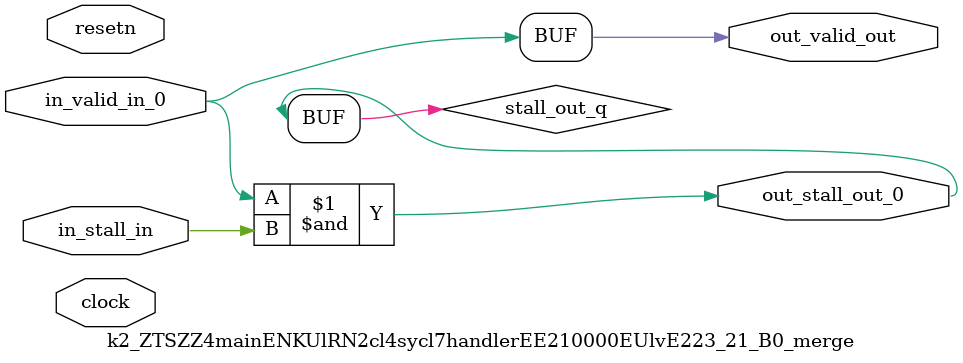
<source format=sv>



(* altera_attribute = "-name AUTO_SHIFT_REGISTER_RECOGNITION OFF; -name MESSAGE_DISABLE 10036; -name MESSAGE_DISABLE 10037; -name MESSAGE_DISABLE 14130; -name MESSAGE_DISABLE 14320; -name MESSAGE_DISABLE 15400; -name MESSAGE_DISABLE 14130; -name MESSAGE_DISABLE 10036; -name MESSAGE_DISABLE 12020; -name MESSAGE_DISABLE 12030; -name MESSAGE_DISABLE 12010; -name MESSAGE_DISABLE 12110; -name MESSAGE_DISABLE 14320; -name MESSAGE_DISABLE 13410; -name MESSAGE_DISABLE 113007; -name MESSAGE_DISABLE 10958" *)
module k2_ZTSZZ4mainENKUlRN2cl4sycl7handlerEE210000EUlvE223_21_B0_merge (
    input wire [0:0] in_stall_in,
    input wire [0:0] in_valid_in_0,
    output wire [0:0] out_stall_out_0,
    output wire [0:0] out_valid_out,
    input wire clock,
    input wire resetn
    );

    wire [0:0] stall_out_q;


    // stall_out(LOGICAL,6)
    assign stall_out_q = in_valid_in_0 & in_stall_in;

    // out_stall_out_0(GPOUT,4)
    assign out_stall_out_0 = stall_out_q;

    // out_valid_out(GPOUT,5)
    assign out_valid_out = in_valid_in_0;

endmodule

</source>
